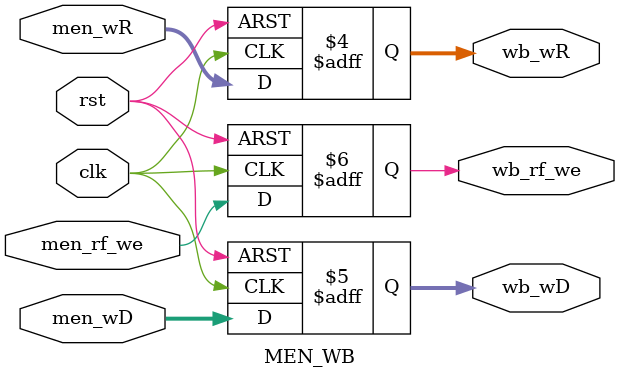
<source format=v>
`timescale 1ns / 1ps
module MEN_WB(
        input wire clk       ,
        input wire rst       ,
                             
        input wire [31:0] men_wD    ,
        input wire [4:0]  men_wR    ,
        input wire        men_rf_we ,
                             
        output reg [31:0] wb_wD     ,
        output reg [4:0]  wb_wR     ,
        output reg        wb_rf_we  
    );
    
    always@(posedge clk or posedge rst)begin
        if(rst)begin
            wb_rf_we <= 1'd0;
        end
        else begin
            wb_rf_we <= men_rf_we;
        end
    end
    
    always@(posedge clk or posedge rst)begin
        if(rst)begin
            wb_wD <= 32'd0;
        end
        else begin
            wb_wD <= men_wD;
        end
    end
    
    always@(posedge clk or posedge rst)begin
        if(rst)begin
            wb_wR <= 5'd0;
        end
        else begin
            wb_wR <= men_wR;
        end
    end
endmodule

</source>
